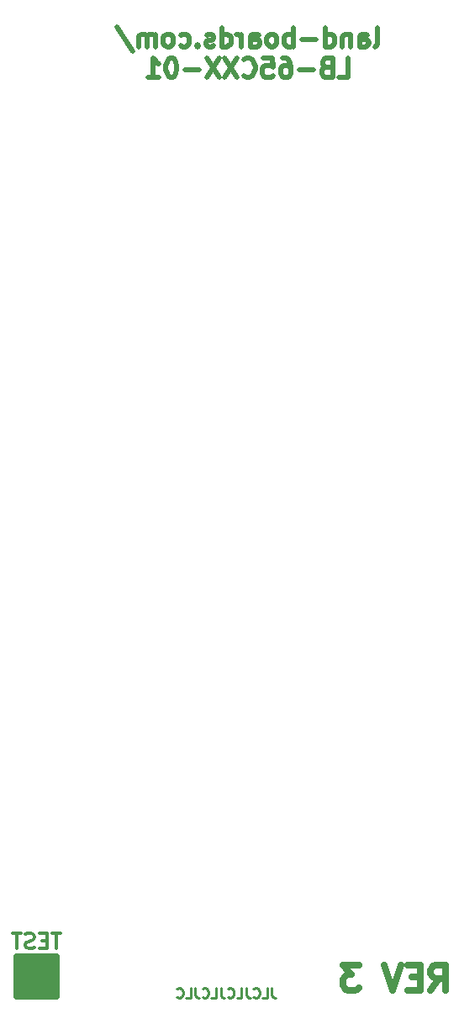
<source format=gbo>
G04 #@! TF.GenerationSoftware,KiCad,Pcbnew,8.0.4*
G04 #@! TF.CreationDate,2024-09-23T09:29:27-04:00*
G04 #@! TF.ProjectId,LB-65CXX-01,4c422d36-3543-4585-982d-30312e6b6963,3*
G04 #@! TF.SameCoordinates,Original*
G04 #@! TF.FileFunction,Legend,Bot*
G04 #@! TF.FilePolarity,Positive*
%FSLAX46Y46*%
G04 Gerber Fmt 4.6, Leading zero omitted, Abs format (unit mm)*
G04 Created by KiCad (PCBNEW 8.0.4) date 2024-09-23 09:29:27*
%MOMM*%
%LPD*%
G01*
G04 APERTURE LIST*
%ADD10C,0.476250*%
%ADD11C,0.635000*%
%ADD12C,0.250000*%
%ADD13C,0.304800*%
%ADD14C,0.650000*%
G04 APERTURE END LIST*
D10*
X172257354Y-49615053D02*
X172438783Y-49524339D01*
X172438783Y-49524339D02*
X172529497Y-49342910D01*
X172529497Y-49342910D02*
X172529497Y-47710053D01*
X170715212Y-49615053D02*
X170715212Y-48617196D01*
X170715212Y-48617196D02*
X170805926Y-48435767D01*
X170805926Y-48435767D02*
X170987354Y-48345053D01*
X170987354Y-48345053D02*
X171350212Y-48345053D01*
X171350212Y-48345053D02*
X171531640Y-48435767D01*
X170715212Y-49524339D02*
X170896640Y-49615053D01*
X170896640Y-49615053D02*
X171350212Y-49615053D01*
X171350212Y-49615053D02*
X171531640Y-49524339D01*
X171531640Y-49524339D02*
X171622354Y-49342910D01*
X171622354Y-49342910D02*
X171622354Y-49161481D01*
X171622354Y-49161481D02*
X171531640Y-48980053D01*
X171531640Y-48980053D02*
X171350212Y-48889339D01*
X171350212Y-48889339D02*
X170896640Y-48889339D01*
X170896640Y-48889339D02*
X170715212Y-48798624D01*
X169808069Y-48345053D02*
X169808069Y-49615053D01*
X169808069Y-48526481D02*
X169717355Y-48435767D01*
X169717355Y-48435767D02*
X169535926Y-48345053D01*
X169535926Y-48345053D02*
X169263783Y-48345053D01*
X169263783Y-48345053D02*
X169082355Y-48435767D01*
X169082355Y-48435767D02*
X168991641Y-48617196D01*
X168991641Y-48617196D02*
X168991641Y-49615053D01*
X167268070Y-49615053D02*
X167268070Y-47710053D01*
X167268070Y-49524339D02*
X167449498Y-49615053D01*
X167449498Y-49615053D02*
X167812355Y-49615053D01*
X167812355Y-49615053D02*
X167993784Y-49524339D01*
X167993784Y-49524339D02*
X168084498Y-49433624D01*
X168084498Y-49433624D02*
X168175212Y-49252196D01*
X168175212Y-49252196D02*
X168175212Y-48707910D01*
X168175212Y-48707910D02*
X168084498Y-48526481D01*
X168084498Y-48526481D02*
X167993784Y-48435767D01*
X167993784Y-48435767D02*
X167812355Y-48345053D01*
X167812355Y-48345053D02*
X167449498Y-48345053D01*
X167449498Y-48345053D02*
X167268070Y-48435767D01*
X166360927Y-48889339D02*
X164909499Y-48889339D01*
X164002356Y-49615053D02*
X164002356Y-47710053D01*
X164002356Y-48435767D02*
X163820928Y-48345053D01*
X163820928Y-48345053D02*
X163458070Y-48345053D01*
X163458070Y-48345053D02*
X163276642Y-48435767D01*
X163276642Y-48435767D02*
X163185928Y-48526481D01*
X163185928Y-48526481D02*
X163095213Y-48707910D01*
X163095213Y-48707910D02*
X163095213Y-49252196D01*
X163095213Y-49252196D02*
X163185928Y-49433624D01*
X163185928Y-49433624D02*
X163276642Y-49524339D01*
X163276642Y-49524339D02*
X163458070Y-49615053D01*
X163458070Y-49615053D02*
X163820928Y-49615053D01*
X163820928Y-49615053D02*
X164002356Y-49524339D01*
X162006642Y-49615053D02*
X162188071Y-49524339D01*
X162188071Y-49524339D02*
X162278785Y-49433624D01*
X162278785Y-49433624D02*
X162369499Y-49252196D01*
X162369499Y-49252196D02*
X162369499Y-48707910D01*
X162369499Y-48707910D02*
X162278785Y-48526481D01*
X162278785Y-48526481D02*
X162188071Y-48435767D01*
X162188071Y-48435767D02*
X162006642Y-48345053D01*
X162006642Y-48345053D02*
X161734499Y-48345053D01*
X161734499Y-48345053D02*
X161553071Y-48435767D01*
X161553071Y-48435767D02*
X161462357Y-48526481D01*
X161462357Y-48526481D02*
X161371642Y-48707910D01*
X161371642Y-48707910D02*
X161371642Y-49252196D01*
X161371642Y-49252196D02*
X161462357Y-49433624D01*
X161462357Y-49433624D02*
X161553071Y-49524339D01*
X161553071Y-49524339D02*
X161734499Y-49615053D01*
X161734499Y-49615053D02*
X162006642Y-49615053D01*
X159738786Y-49615053D02*
X159738786Y-48617196D01*
X159738786Y-48617196D02*
X159829500Y-48435767D01*
X159829500Y-48435767D02*
X160010928Y-48345053D01*
X160010928Y-48345053D02*
X160373786Y-48345053D01*
X160373786Y-48345053D02*
X160555214Y-48435767D01*
X159738786Y-49524339D02*
X159920214Y-49615053D01*
X159920214Y-49615053D02*
X160373786Y-49615053D01*
X160373786Y-49615053D02*
X160555214Y-49524339D01*
X160555214Y-49524339D02*
X160645928Y-49342910D01*
X160645928Y-49342910D02*
X160645928Y-49161481D01*
X160645928Y-49161481D02*
X160555214Y-48980053D01*
X160555214Y-48980053D02*
X160373786Y-48889339D01*
X160373786Y-48889339D02*
X159920214Y-48889339D01*
X159920214Y-48889339D02*
X159738786Y-48798624D01*
X158831643Y-49615053D02*
X158831643Y-48345053D01*
X158831643Y-48707910D02*
X158740929Y-48526481D01*
X158740929Y-48526481D02*
X158650215Y-48435767D01*
X158650215Y-48435767D02*
X158468786Y-48345053D01*
X158468786Y-48345053D02*
X158287357Y-48345053D01*
X156835929Y-49615053D02*
X156835929Y-47710053D01*
X156835929Y-49524339D02*
X157017357Y-49615053D01*
X157017357Y-49615053D02*
X157380214Y-49615053D01*
X157380214Y-49615053D02*
X157561643Y-49524339D01*
X157561643Y-49524339D02*
X157652357Y-49433624D01*
X157652357Y-49433624D02*
X157743071Y-49252196D01*
X157743071Y-49252196D02*
X157743071Y-48707910D01*
X157743071Y-48707910D02*
X157652357Y-48526481D01*
X157652357Y-48526481D02*
X157561643Y-48435767D01*
X157561643Y-48435767D02*
X157380214Y-48345053D01*
X157380214Y-48345053D02*
X157017357Y-48345053D01*
X157017357Y-48345053D02*
X156835929Y-48435767D01*
X156019500Y-49524339D02*
X155838072Y-49615053D01*
X155838072Y-49615053D02*
X155475215Y-49615053D01*
X155475215Y-49615053D02*
X155293786Y-49524339D01*
X155293786Y-49524339D02*
X155203072Y-49342910D01*
X155203072Y-49342910D02*
X155203072Y-49252196D01*
X155203072Y-49252196D02*
X155293786Y-49070767D01*
X155293786Y-49070767D02*
X155475215Y-48980053D01*
X155475215Y-48980053D02*
X155747358Y-48980053D01*
X155747358Y-48980053D02*
X155928786Y-48889339D01*
X155928786Y-48889339D02*
X156019500Y-48707910D01*
X156019500Y-48707910D02*
X156019500Y-48617196D01*
X156019500Y-48617196D02*
X155928786Y-48435767D01*
X155928786Y-48435767D02*
X155747358Y-48345053D01*
X155747358Y-48345053D02*
X155475215Y-48345053D01*
X155475215Y-48345053D02*
X155293786Y-48435767D01*
X154386643Y-49433624D02*
X154295929Y-49524339D01*
X154295929Y-49524339D02*
X154386643Y-49615053D01*
X154386643Y-49615053D02*
X154477357Y-49524339D01*
X154477357Y-49524339D02*
X154386643Y-49433624D01*
X154386643Y-49433624D02*
X154386643Y-49615053D01*
X152663072Y-49524339D02*
X152844500Y-49615053D01*
X152844500Y-49615053D02*
X153207357Y-49615053D01*
X153207357Y-49615053D02*
X153388786Y-49524339D01*
X153388786Y-49524339D02*
X153479500Y-49433624D01*
X153479500Y-49433624D02*
X153570214Y-49252196D01*
X153570214Y-49252196D02*
X153570214Y-48707910D01*
X153570214Y-48707910D02*
X153479500Y-48526481D01*
X153479500Y-48526481D02*
X153388786Y-48435767D01*
X153388786Y-48435767D02*
X153207357Y-48345053D01*
X153207357Y-48345053D02*
X152844500Y-48345053D01*
X152844500Y-48345053D02*
X152663072Y-48435767D01*
X151574500Y-49615053D02*
X151755929Y-49524339D01*
X151755929Y-49524339D02*
X151846643Y-49433624D01*
X151846643Y-49433624D02*
X151937357Y-49252196D01*
X151937357Y-49252196D02*
X151937357Y-48707910D01*
X151937357Y-48707910D02*
X151846643Y-48526481D01*
X151846643Y-48526481D02*
X151755929Y-48435767D01*
X151755929Y-48435767D02*
X151574500Y-48345053D01*
X151574500Y-48345053D02*
X151302357Y-48345053D01*
X151302357Y-48345053D02*
X151120929Y-48435767D01*
X151120929Y-48435767D02*
X151030215Y-48526481D01*
X151030215Y-48526481D02*
X150939500Y-48707910D01*
X150939500Y-48707910D02*
X150939500Y-49252196D01*
X150939500Y-49252196D02*
X151030215Y-49433624D01*
X151030215Y-49433624D02*
X151120929Y-49524339D01*
X151120929Y-49524339D02*
X151302357Y-49615053D01*
X151302357Y-49615053D02*
X151574500Y-49615053D01*
X150123072Y-49615053D02*
X150123072Y-48345053D01*
X150123072Y-48526481D02*
X150032358Y-48435767D01*
X150032358Y-48435767D02*
X149850929Y-48345053D01*
X149850929Y-48345053D02*
X149578786Y-48345053D01*
X149578786Y-48345053D02*
X149397358Y-48435767D01*
X149397358Y-48435767D02*
X149306644Y-48617196D01*
X149306644Y-48617196D02*
X149306644Y-49615053D01*
X149306644Y-48617196D02*
X149215929Y-48435767D01*
X149215929Y-48435767D02*
X149034501Y-48345053D01*
X149034501Y-48345053D02*
X148762358Y-48345053D01*
X148762358Y-48345053D02*
X148580929Y-48435767D01*
X148580929Y-48435767D02*
X148490215Y-48617196D01*
X148490215Y-48617196D02*
X148490215Y-49615053D01*
X146222358Y-47619339D02*
X147855215Y-50068624D01*
X168628785Y-52681996D02*
X169535928Y-52681996D01*
X169535928Y-52681996D02*
X169535928Y-50776996D01*
X167358785Y-51684139D02*
X167086642Y-51774853D01*
X167086642Y-51774853D02*
X166995928Y-51865567D01*
X166995928Y-51865567D02*
X166905214Y-52046996D01*
X166905214Y-52046996D02*
X166905214Y-52319139D01*
X166905214Y-52319139D02*
X166995928Y-52500567D01*
X166995928Y-52500567D02*
X167086642Y-52591282D01*
X167086642Y-52591282D02*
X167268071Y-52681996D01*
X167268071Y-52681996D02*
X167993785Y-52681996D01*
X167993785Y-52681996D02*
X167993785Y-50776996D01*
X167993785Y-50776996D02*
X167358785Y-50776996D01*
X167358785Y-50776996D02*
X167177357Y-50867710D01*
X167177357Y-50867710D02*
X167086642Y-50958424D01*
X167086642Y-50958424D02*
X166995928Y-51139853D01*
X166995928Y-51139853D02*
X166995928Y-51321282D01*
X166995928Y-51321282D02*
X167086642Y-51502710D01*
X167086642Y-51502710D02*
X167177357Y-51593424D01*
X167177357Y-51593424D02*
X167358785Y-51684139D01*
X167358785Y-51684139D02*
X167993785Y-51684139D01*
X166088785Y-51956282D02*
X164637357Y-51956282D01*
X162913786Y-50776996D02*
X163276643Y-50776996D01*
X163276643Y-50776996D02*
X163458071Y-50867710D01*
X163458071Y-50867710D02*
X163548786Y-50958424D01*
X163548786Y-50958424D02*
X163730214Y-51230567D01*
X163730214Y-51230567D02*
X163820928Y-51593424D01*
X163820928Y-51593424D02*
X163820928Y-52319139D01*
X163820928Y-52319139D02*
X163730214Y-52500567D01*
X163730214Y-52500567D02*
X163639500Y-52591282D01*
X163639500Y-52591282D02*
X163458071Y-52681996D01*
X163458071Y-52681996D02*
X163095214Y-52681996D01*
X163095214Y-52681996D02*
X162913786Y-52591282D01*
X162913786Y-52591282D02*
X162823071Y-52500567D01*
X162823071Y-52500567D02*
X162732357Y-52319139D01*
X162732357Y-52319139D02*
X162732357Y-51865567D01*
X162732357Y-51865567D02*
X162823071Y-51684139D01*
X162823071Y-51684139D02*
X162913786Y-51593424D01*
X162913786Y-51593424D02*
X163095214Y-51502710D01*
X163095214Y-51502710D02*
X163458071Y-51502710D01*
X163458071Y-51502710D02*
X163639500Y-51593424D01*
X163639500Y-51593424D02*
X163730214Y-51684139D01*
X163730214Y-51684139D02*
X163820928Y-51865567D01*
X161008785Y-50776996D02*
X161915928Y-50776996D01*
X161915928Y-50776996D02*
X162006642Y-51684139D01*
X162006642Y-51684139D02*
X161915928Y-51593424D01*
X161915928Y-51593424D02*
X161734500Y-51502710D01*
X161734500Y-51502710D02*
X161280928Y-51502710D01*
X161280928Y-51502710D02*
X161099500Y-51593424D01*
X161099500Y-51593424D02*
X161008785Y-51684139D01*
X161008785Y-51684139D02*
X160918071Y-51865567D01*
X160918071Y-51865567D02*
X160918071Y-52319139D01*
X160918071Y-52319139D02*
X161008785Y-52500567D01*
X161008785Y-52500567D02*
X161099500Y-52591282D01*
X161099500Y-52591282D02*
X161280928Y-52681996D01*
X161280928Y-52681996D02*
X161734500Y-52681996D01*
X161734500Y-52681996D02*
X161915928Y-52591282D01*
X161915928Y-52591282D02*
X162006642Y-52500567D01*
X159013071Y-52500567D02*
X159103785Y-52591282D01*
X159103785Y-52591282D02*
X159375928Y-52681996D01*
X159375928Y-52681996D02*
X159557356Y-52681996D01*
X159557356Y-52681996D02*
X159829499Y-52591282D01*
X159829499Y-52591282D02*
X160010928Y-52409853D01*
X160010928Y-52409853D02*
X160101642Y-52228424D01*
X160101642Y-52228424D02*
X160192356Y-51865567D01*
X160192356Y-51865567D02*
X160192356Y-51593424D01*
X160192356Y-51593424D02*
X160101642Y-51230567D01*
X160101642Y-51230567D02*
X160010928Y-51049139D01*
X160010928Y-51049139D02*
X159829499Y-50867710D01*
X159829499Y-50867710D02*
X159557356Y-50776996D01*
X159557356Y-50776996D02*
X159375928Y-50776996D01*
X159375928Y-50776996D02*
X159103785Y-50867710D01*
X159103785Y-50867710D02*
X159013071Y-50958424D01*
X158378071Y-50776996D02*
X157108071Y-52681996D01*
X157108071Y-50776996D02*
X158378071Y-52681996D01*
X156563785Y-50776996D02*
X155293785Y-52681996D01*
X155293785Y-50776996D02*
X156563785Y-52681996D01*
X154568070Y-51956282D02*
X153116642Y-51956282D01*
X151846642Y-50776996D02*
X151665213Y-50776996D01*
X151665213Y-50776996D02*
X151483785Y-50867710D01*
X151483785Y-50867710D02*
X151393071Y-50958424D01*
X151393071Y-50958424D02*
X151302356Y-51139853D01*
X151302356Y-51139853D02*
X151211642Y-51502710D01*
X151211642Y-51502710D02*
X151211642Y-51956282D01*
X151211642Y-51956282D02*
X151302356Y-52319139D01*
X151302356Y-52319139D02*
X151393071Y-52500567D01*
X151393071Y-52500567D02*
X151483785Y-52591282D01*
X151483785Y-52591282D02*
X151665213Y-52681996D01*
X151665213Y-52681996D02*
X151846642Y-52681996D01*
X151846642Y-52681996D02*
X152028071Y-52591282D01*
X152028071Y-52591282D02*
X152118785Y-52500567D01*
X152118785Y-52500567D02*
X152209499Y-52319139D01*
X152209499Y-52319139D02*
X152300213Y-51956282D01*
X152300213Y-51956282D02*
X152300213Y-51502710D01*
X152300213Y-51502710D02*
X152209499Y-51139853D01*
X152209499Y-51139853D02*
X152118785Y-50958424D01*
X152118785Y-50958424D02*
X152028071Y-50867710D01*
X152028071Y-50867710D02*
X151846642Y-50776996D01*
X149397356Y-52681996D02*
X150485927Y-52681996D01*
X149941642Y-52681996D02*
X149941642Y-50776996D01*
X149941642Y-50776996D02*
X150123070Y-51049139D01*
X150123070Y-51049139D02*
X150304499Y-51230567D01*
X150304499Y-51230567D02*
X150485927Y-51321282D01*
D11*
X177872571Y-144652032D02*
X178719238Y-143442508D01*
X179324000Y-144652032D02*
X179324000Y-142112032D01*
X179324000Y-142112032D02*
X178356381Y-142112032D01*
X178356381Y-142112032D02*
X178114476Y-142232984D01*
X178114476Y-142232984D02*
X177993523Y-142353937D01*
X177993523Y-142353937D02*
X177872571Y-142595841D01*
X177872571Y-142595841D02*
X177872571Y-142958699D01*
X177872571Y-142958699D02*
X177993523Y-143200603D01*
X177993523Y-143200603D02*
X178114476Y-143321556D01*
X178114476Y-143321556D02*
X178356381Y-143442508D01*
X178356381Y-143442508D02*
X179324000Y-143442508D01*
X176784000Y-143321556D02*
X175937333Y-143321556D01*
X175574476Y-144652032D02*
X176784000Y-144652032D01*
X176784000Y-144652032D02*
X176784000Y-142112032D01*
X176784000Y-142112032D02*
X175574476Y-142112032D01*
X174848762Y-142112032D02*
X174002095Y-144652032D01*
X174002095Y-144652032D02*
X173155428Y-142112032D01*
X170615428Y-142112032D02*
X169043047Y-142112032D01*
X169043047Y-142112032D02*
X169889714Y-143079651D01*
X169889714Y-143079651D02*
X169526857Y-143079651D01*
X169526857Y-143079651D02*
X169284952Y-143200603D01*
X169284952Y-143200603D02*
X169164000Y-143321556D01*
X169164000Y-143321556D02*
X169043047Y-143563460D01*
X169043047Y-143563460D02*
X169043047Y-144168222D01*
X169043047Y-144168222D02*
X169164000Y-144410127D01*
X169164000Y-144410127D02*
X169284952Y-144531080D01*
X169284952Y-144531080D02*
X169526857Y-144652032D01*
X169526857Y-144652032D02*
X170252571Y-144652032D01*
X170252571Y-144652032D02*
X170494476Y-144531080D01*
X170494476Y-144531080D02*
X170615428Y-144410127D01*
D12*
X161871717Y-144406619D02*
X161871717Y-145120904D01*
X161871717Y-145120904D02*
X161919336Y-145263761D01*
X161919336Y-145263761D02*
X162014574Y-145359000D01*
X162014574Y-145359000D02*
X162157431Y-145406619D01*
X162157431Y-145406619D02*
X162252669Y-145406619D01*
X160919336Y-145406619D02*
X161395526Y-145406619D01*
X161395526Y-145406619D02*
X161395526Y-144406619D01*
X160014574Y-145311380D02*
X160062193Y-145359000D01*
X160062193Y-145359000D02*
X160205050Y-145406619D01*
X160205050Y-145406619D02*
X160300288Y-145406619D01*
X160300288Y-145406619D02*
X160443145Y-145359000D01*
X160443145Y-145359000D02*
X160538383Y-145263761D01*
X160538383Y-145263761D02*
X160586002Y-145168523D01*
X160586002Y-145168523D02*
X160633621Y-144978047D01*
X160633621Y-144978047D02*
X160633621Y-144835190D01*
X160633621Y-144835190D02*
X160586002Y-144644714D01*
X160586002Y-144644714D02*
X160538383Y-144549476D01*
X160538383Y-144549476D02*
X160443145Y-144454238D01*
X160443145Y-144454238D02*
X160300288Y-144406619D01*
X160300288Y-144406619D02*
X160205050Y-144406619D01*
X160205050Y-144406619D02*
X160062193Y-144454238D01*
X160062193Y-144454238D02*
X160014574Y-144501857D01*
X159300288Y-144406619D02*
X159300288Y-145120904D01*
X159300288Y-145120904D02*
X159347907Y-145263761D01*
X159347907Y-145263761D02*
X159443145Y-145359000D01*
X159443145Y-145359000D02*
X159586002Y-145406619D01*
X159586002Y-145406619D02*
X159681240Y-145406619D01*
X158347907Y-145406619D02*
X158824097Y-145406619D01*
X158824097Y-145406619D02*
X158824097Y-144406619D01*
X157443145Y-145311380D02*
X157490764Y-145359000D01*
X157490764Y-145359000D02*
X157633621Y-145406619D01*
X157633621Y-145406619D02*
X157728859Y-145406619D01*
X157728859Y-145406619D02*
X157871716Y-145359000D01*
X157871716Y-145359000D02*
X157966954Y-145263761D01*
X157966954Y-145263761D02*
X158014573Y-145168523D01*
X158014573Y-145168523D02*
X158062192Y-144978047D01*
X158062192Y-144978047D02*
X158062192Y-144835190D01*
X158062192Y-144835190D02*
X158014573Y-144644714D01*
X158014573Y-144644714D02*
X157966954Y-144549476D01*
X157966954Y-144549476D02*
X157871716Y-144454238D01*
X157871716Y-144454238D02*
X157728859Y-144406619D01*
X157728859Y-144406619D02*
X157633621Y-144406619D01*
X157633621Y-144406619D02*
X157490764Y-144454238D01*
X157490764Y-144454238D02*
X157443145Y-144501857D01*
X156728859Y-144406619D02*
X156728859Y-145120904D01*
X156728859Y-145120904D02*
X156776478Y-145263761D01*
X156776478Y-145263761D02*
X156871716Y-145359000D01*
X156871716Y-145359000D02*
X157014573Y-145406619D01*
X157014573Y-145406619D02*
X157109811Y-145406619D01*
X155776478Y-145406619D02*
X156252668Y-145406619D01*
X156252668Y-145406619D02*
X156252668Y-144406619D01*
X154871716Y-145311380D02*
X154919335Y-145359000D01*
X154919335Y-145359000D02*
X155062192Y-145406619D01*
X155062192Y-145406619D02*
X155157430Y-145406619D01*
X155157430Y-145406619D02*
X155300287Y-145359000D01*
X155300287Y-145359000D02*
X155395525Y-145263761D01*
X155395525Y-145263761D02*
X155443144Y-145168523D01*
X155443144Y-145168523D02*
X155490763Y-144978047D01*
X155490763Y-144978047D02*
X155490763Y-144835190D01*
X155490763Y-144835190D02*
X155443144Y-144644714D01*
X155443144Y-144644714D02*
X155395525Y-144549476D01*
X155395525Y-144549476D02*
X155300287Y-144454238D01*
X155300287Y-144454238D02*
X155157430Y-144406619D01*
X155157430Y-144406619D02*
X155062192Y-144406619D01*
X155062192Y-144406619D02*
X154919335Y-144454238D01*
X154919335Y-144454238D02*
X154871716Y-144501857D01*
X154157430Y-144406619D02*
X154157430Y-145120904D01*
X154157430Y-145120904D02*
X154205049Y-145263761D01*
X154205049Y-145263761D02*
X154300287Y-145359000D01*
X154300287Y-145359000D02*
X154443144Y-145406619D01*
X154443144Y-145406619D02*
X154538382Y-145406619D01*
X153205049Y-145406619D02*
X153681239Y-145406619D01*
X153681239Y-145406619D02*
X153681239Y-144406619D01*
X152300287Y-145311380D02*
X152347906Y-145359000D01*
X152347906Y-145359000D02*
X152490763Y-145406619D01*
X152490763Y-145406619D02*
X152586001Y-145406619D01*
X152586001Y-145406619D02*
X152728858Y-145359000D01*
X152728858Y-145359000D02*
X152824096Y-145263761D01*
X152824096Y-145263761D02*
X152871715Y-145168523D01*
X152871715Y-145168523D02*
X152919334Y-144978047D01*
X152919334Y-144978047D02*
X152919334Y-144835190D01*
X152919334Y-144835190D02*
X152871715Y-144644714D01*
X152871715Y-144644714D02*
X152824096Y-144549476D01*
X152824096Y-144549476D02*
X152728858Y-144454238D01*
X152728858Y-144454238D02*
X152586001Y-144406619D01*
X152586001Y-144406619D02*
X152490763Y-144406619D01*
X152490763Y-144406619D02*
X152347906Y-144454238D01*
X152347906Y-144454238D02*
X152300287Y-144501857D01*
D13*
X140607143Y-138921181D02*
X139736286Y-138921181D01*
X140171714Y-140445181D02*
X140171714Y-138921181D01*
X139228285Y-139646895D02*
X138720285Y-139646895D01*
X138502571Y-140445181D02*
X139228285Y-140445181D01*
X139228285Y-140445181D02*
X139228285Y-138921181D01*
X139228285Y-138921181D02*
X138502571Y-138921181D01*
X137922000Y-140372610D02*
X137704286Y-140445181D01*
X137704286Y-140445181D02*
X137341428Y-140445181D01*
X137341428Y-140445181D02*
X137196286Y-140372610D01*
X137196286Y-140372610D02*
X137123714Y-140300038D01*
X137123714Y-140300038D02*
X137051143Y-140154895D01*
X137051143Y-140154895D02*
X137051143Y-140009752D01*
X137051143Y-140009752D02*
X137123714Y-139864610D01*
X137123714Y-139864610D02*
X137196286Y-139792038D01*
X137196286Y-139792038D02*
X137341428Y-139719467D01*
X137341428Y-139719467D02*
X137631714Y-139646895D01*
X137631714Y-139646895D02*
X137776857Y-139574324D01*
X137776857Y-139574324D02*
X137849428Y-139501752D01*
X137849428Y-139501752D02*
X137922000Y-139356610D01*
X137922000Y-139356610D02*
X137922000Y-139211467D01*
X137922000Y-139211467D02*
X137849428Y-139066324D01*
X137849428Y-139066324D02*
X137776857Y-138993752D01*
X137776857Y-138993752D02*
X137631714Y-138921181D01*
X137631714Y-138921181D02*
X137268857Y-138921181D01*
X137268857Y-138921181D02*
X137051143Y-138993752D01*
X136615714Y-138921181D02*
X135744857Y-138921181D01*
X136180285Y-140445181D02*
X136180285Y-138921181D01*
D14*
X136176000Y-141256000D02*
X136176000Y-141756000D01*
X136176000Y-141256000D02*
X140176000Y-141256000D01*
X136176000Y-141756000D02*
X140176000Y-141756000D01*
X136176000Y-142256000D02*
X136176000Y-142756000D01*
X136176000Y-142756000D02*
X140176000Y-142756000D01*
X136176000Y-143256000D02*
X136176000Y-143756000D01*
X136176000Y-143756000D02*
X139676000Y-143756000D01*
X136176000Y-144256000D02*
X136176000Y-144756000D01*
X136176000Y-144756000D02*
X140176000Y-144756000D01*
X136176000Y-145256000D02*
X136176000Y-141256000D01*
X139676000Y-143756000D02*
X140176000Y-143756000D01*
X140176000Y-141256000D02*
X140176000Y-145256000D01*
X140176000Y-141756000D02*
X140176000Y-142256000D01*
X140176000Y-142256000D02*
X136176000Y-142256000D01*
X140176000Y-142756000D02*
X140176000Y-143256000D01*
X140176000Y-143256000D02*
X136176000Y-143256000D01*
X140176000Y-143756000D02*
X140176000Y-144256000D01*
X140176000Y-144256000D02*
X136176000Y-144256000D01*
X140176000Y-145256000D02*
X136176000Y-145256000D01*
M02*

</source>
